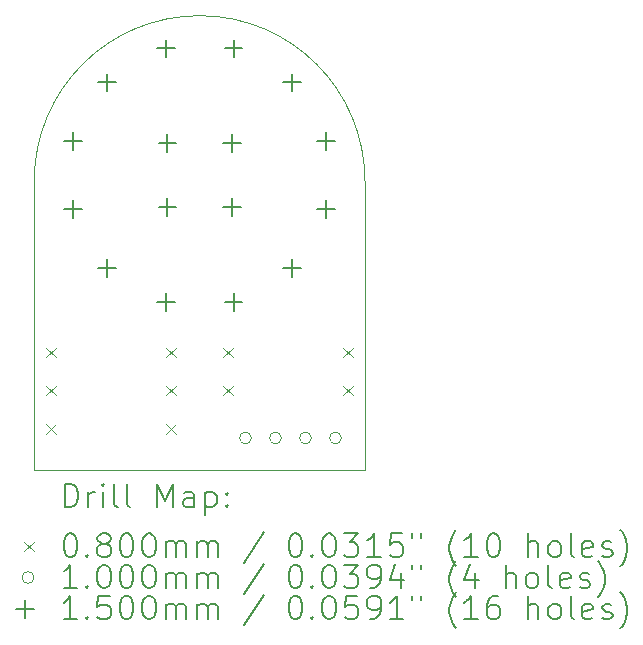
<source format=gbr>
%TF.GenerationSoftware,KiCad,Pcbnew,9.0.4-9.0.4-0~ubuntu22.04.1*%
%TF.CreationDate,2025-10-19T11:47:48+01:00*%
%TF.ProjectId,CD40106_VCO,43443430-3130-4365-9f56-434f2e6b6963,rev?*%
%TF.SameCoordinates,Original*%
%TF.FileFunction,Drillmap*%
%TF.FilePolarity,Positive*%
%FSLAX45Y45*%
G04 Gerber Fmt 4.5, Leading zero omitted, Abs format (unit mm)*
G04 Created by KiCad (PCBNEW 9.0.4-9.0.4-0~ubuntu22.04.1) date 2025-10-19 11:47:48*
%MOMM*%
%LPD*%
G01*
G04 APERTURE LIST*
%ADD10C,0.050000*%
%ADD11C,0.200000*%
%ADD12C,0.100000*%
%ADD13C,0.150000*%
G04 APERTURE END LIST*
D10*
X4300000Y-7500000D02*
X1500000Y-7500000D01*
X1500000Y-5050000D02*
G75*
G02*
X4300000Y-5050000I1400000J0D01*
G01*
X1500000Y-7500000D02*
X1500000Y-5050000D01*
X4300000Y-7500000D02*
X4300000Y-5050000D01*
D11*
D12*
X1602000Y-6460000D02*
X1682000Y-6540000D01*
X1682000Y-6460000D02*
X1602000Y-6540000D01*
X1602000Y-6785000D02*
X1682000Y-6865000D01*
X1682000Y-6785000D02*
X1602000Y-6865000D01*
X1602000Y-7110000D02*
X1682000Y-7190000D01*
X1682000Y-7110000D02*
X1602000Y-7190000D01*
X2618000Y-6460000D02*
X2698000Y-6540000D01*
X2698000Y-6460000D02*
X2618000Y-6540000D01*
X2618000Y-6785000D02*
X2698000Y-6865000D01*
X2698000Y-6785000D02*
X2618000Y-6865000D01*
X2618000Y-7110000D02*
X2698000Y-7190000D01*
X2698000Y-7110000D02*
X2618000Y-7190000D01*
X3102000Y-6460000D02*
X3182000Y-6540000D01*
X3182000Y-6460000D02*
X3102000Y-6540000D01*
X3102000Y-6785000D02*
X3182000Y-6865000D01*
X3182000Y-6785000D02*
X3102000Y-6865000D01*
X4118000Y-6460000D02*
X4198000Y-6540000D01*
X4198000Y-6460000D02*
X4118000Y-6540000D01*
X4118000Y-6785000D02*
X4198000Y-6865000D01*
X4198000Y-6785000D02*
X4118000Y-6865000D01*
X3338000Y-7225000D02*
G75*
G02*
X3238000Y-7225000I-50000J0D01*
G01*
X3238000Y-7225000D02*
G75*
G02*
X3338000Y-7225000I50000J0D01*
G01*
X3592000Y-7225000D02*
G75*
G02*
X3492000Y-7225000I-50000J0D01*
G01*
X3492000Y-7225000D02*
G75*
G02*
X3592000Y-7225000I50000J0D01*
G01*
X3846000Y-7225000D02*
G75*
G02*
X3746000Y-7225000I-50000J0D01*
G01*
X3746000Y-7225000D02*
G75*
G02*
X3846000Y-7225000I50000J0D01*
G01*
X4100000Y-7225000D02*
G75*
G02*
X4000000Y-7225000I-50000J0D01*
G01*
X4000000Y-7225000D02*
G75*
G02*
X4100000Y-7225000I50000J0D01*
G01*
D13*
X1827822Y-4637711D02*
X1827822Y-4787711D01*
X1752822Y-4712711D02*
X1902822Y-4712711D01*
X1827822Y-5212289D02*
X1827822Y-5362289D01*
X1752822Y-5287289D02*
X1902822Y-5287289D01*
X2115112Y-4140111D02*
X2115112Y-4290112D01*
X2040111Y-4215112D02*
X2190112Y-4215112D01*
X2115112Y-5709888D02*
X2115112Y-5859888D01*
X2040111Y-5784888D02*
X2190112Y-5784888D01*
X2612711Y-3852822D02*
X2612711Y-4002822D01*
X2537711Y-3927822D02*
X2687711Y-3927822D01*
X2612711Y-5997178D02*
X2612711Y-6147178D01*
X2537711Y-6072178D02*
X2687711Y-6072178D01*
X2627764Y-4652764D02*
X2627764Y-4802764D01*
X2552764Y-4727764D02*
X2702764Y-4727764D01*
X2627764Y-5197236D02*
X2627764Y-5347236D01*
X2552764Y-5272236D02*
X2702764Y-5272236D01*
X3172236Y-4652764D02*
X3172236Y-4802764D01*
X3097236Y-4727764D02*
X3247236Y-4727764D01*
X3172236Y-5197236D02*
X3172236Y-5347236D01*
X3097236Y-5272236D02*
X3247236Y-5272236D01*
X3187289Y-3852822D02*
X3187289Y-4002822D01*
X3112289Y-3927822D02*
X3262289Y-3927822D01*
X3187289Y-5997178D02*
X3187289Y-6147178D01*
X3112289Y-6072178D02*
X3262289Y-6072178D01*
X3684888Y-4140111D02*
X3684888Y-4290112D01*
X3609888Y-4215112D02*
X3759888Y-4215112D01*
X3684888Y-5709888D02*
X3684888Y-5859888D01*
X3609888Y-5784888D02*
X3759888Y-5784888D01*
X3972178Y-4637711D02*
X3972178Y-4787711D01*
X3897178Y-4712711D02*
X4047178Y-4712711D01*
X3972178Y-5212289D02*
X3972178Y-5362289D01*
X3897178Y-5287289D02*
X4047178Y-5287289D01*
D11*
X1758277Y-7813984D02*
X1758277Y-7613984D01*
X1758277Y-7613984D02*
X1805896Y-7613984D01*
X1805896Y-7613984D02*
X1834467Y-7623508D01*
X1834467Y-7623508D02*
X1853515Y-7642555D01*
X1853515Y-7642555D02*
X1863039Y-7661603D01*
X1863039Y-7661603D02*
X1872562Y-7699698D01*
X1872562Y-7699698D02*
X1872562Y-7728269D01*
X1872562Y-7728269D02*
X1863039Y-7766365D01*
X1863039Y-7766365D02*
X1853515Y-7785412D01*
X1853515Y-7785412D02*
X1834467Y-7804460D01*
X1834467Y-7804460D02*
X1805896Y-7813984D01*
X1805896Y-7813984D02*
X1758277Y-7813984D01*
X1958277Y-7813984D02*
X1958277Y-7680650D01*
X1958277Y-7718746D02*
X1967801Y-7699698D01*
X1967801Y-7699698D02*
X1977324Y-7690174D01*
X1977324Y-7690174D02*
X1996372Y-7680650D01*
X1996372Y-7680650D02*
X2015420Y-7680650D01*
X2082086Y-7813984D02*
X2082086Y-7680650D01*
X2082086Y-7613984D02*
X2072562Y-7623508D01*
X2072562Y-7623508D02*
X2082086Y-7633031D01*
X2082086Y-7633031D02*
X2091610Y-7623508D01*
X2091610Y-7623508D02*
X2082086Y-7613984D01*
X2082086Y-7613984D02*
X2082086Y-7633031D01*
X2205896Y-7813984D02*
X2186848Y-7804460D01*
X2186848Y-7804460D02*
X2177324Y-7785412D01*
X2177324Y-7785412D02*
X2177324Y-7613984D01*
X2310658Y-7813984D02*
X2291610Y-7804460D01*
X2291610Y-7804460D02*
X2282086Y-7785412D01*
X2282086Y-7785412D02*
X2282086Y-7613984D01*
X2539229Y-7813984D02*
X2539229Y-7613984D01*
X2539229Y-7613984D02*
X2605896Y-7756841D01*
X2605896Y-7756841D02*
X2672563Y-7613984D01*
X2672563Y-7613984D02*
X2672563Y-7813984D01*
X2853515Y-7813984D02*
X2853515Y-7709222D01*
X2853515Y-7709222D02*
X2843991Y-7690174D01*
X2843991Y-7690174D02*
X2824943Y-7680650D01*
X2824943Y-7680650D02*
X2786848Y-7680650D01*
X2786848Y-7680650D02*
X2767801Y-7690174D01*
X2853515Y-7804460D02*
X2834467Y-7813984D01*
X2834467Y-7813984D02*
X2786848Y-7813984D01*
X2786848Y-7813984D02*
X2767801Y-7804460D01*
X2767801Y-7804460D02*
X2758277Y-7785412D01*
X2758277Y-7785412D02*
X2758277Y-7766365D01*
X2758277Y-7766365D02*
X2767801Y-7747317D01*
X2767801Y-7747317D02*
X2786848Y-7737793D01*
X2786848Y-7737793D02*
X2834467Y-7737793D01*
X2834467Y-7737793D02*
X2853515Y-7728269D01*
X2948753Y-7680650D02*
X2948753Y-7880650D01*
X2948753Y-7690174D02*
X2967801Y-7680650D01*
X2967801Y-7680650D02*
X3005896Y-7680650D01*
X3005896Y-7680650D02*
X3024943Y-7690174D01*
X3024943Y-7690174D02*
X3034467Y-7699698D01*
X3034467Y-7699698D02*
X3043991Y-7718746D01*
X3043991Y-7718746D02*
X3043991Y-7775888D01*
X3043991Y-7775888D02*
X3034467Y-7794936D01*
X3034467Y-7794936D02*
X3024943Y-7804460D01*
X3024943Y-7804460D02*
X3005896Y-7813984D01*
X3005896Y-7813984D02*
X2967801Y-7813984D01*
X2967801Y-7813984D02*
X2948753Y-7804460D01*
X3129705Y-7794936D02*
X3139229Y-7804460D01*
X3139229Y-7804460D02*
X3129705Y-7813984D01*
X3129705Y-7813984D02*
X3120182Y-7804460D01*
X3120182Y-7804460D02*
X3129705Y-7794936D01*
X3129705Y-7794936D02*
X3129705Y-7813984D01*
X3129705Y-7690174D02*
X3139229Y-7699698D01*
X3139229Y-7699698D02*
X3129705Y-7709222D01*
X3129705Y-7709222D02*
X3120182Y-7699698D01*
X3120182Y-7699698D02*
X3129705Y-7690174D01*
X3129705Y-7690174D02*
X3129705Y-7709222D01*
D12*
X1417500Y-8102500D02*
X1497500Y-8182500D01*
X1497500Y-8102500D02*
X1417500Y-8182500D01*
D11*
X1796372Y-8033984D02*
X1815420Y-8033984D01*
X1815420Y-8033984D02*
X1834467Y-8043508D01*
X1834467Y-8043508D02*
X1843991Y-8053031D01*
X1843991Y-8053031D02*
X1853515Y-8072079D01*
X1853515Y-8072079D02*
X1863039Y-8110174D01*
X1863039Y-8110174D02*
X1863039Y-8157793D01*
X1863039Y-8157793D02*
X1853515Y-8195888D01*
X1853515Y-8195888D02*
X1843991Y-8214936D01*
X1843991Y-8214936D02*
X1834467Y-8224460D01*
X1834467Y-8224460D02*
X1815420Y-8233984D01*
X1815420Y-8233984D02*
X1796372Y-8233984D01*
X1796372Y-8233984D02*
X1777324Y-8224460D01*
X1777324Y-8224460D02*
X1767801Y-8214936D01*
X1767801Y-8214936D02*
X1758277Y-8195888D01*
X1758277Y-8195888D02*
X1748753Y-8157793D01*
X1748753Y-8157793D02*
X1748753Y-8110174D01*
X1748753Y-8110174D02*
X1758277Y-8072079D01*
X1758277Y-8072079D02*
X1767801Y-8053031D01*
X1767801Y-8053031D02*
X1777324Y-8043508D01*
X1777324Y-8043508D02*
X1796372Y-8033984D01*
X1948753Y-8214936D02*
X1958277Y-8224460D01*
X1958277Y-8224460D02*
X1948753Y-8233984D01*
X1948753Y-8233984D02*
X1939229Y-8224460D01*
X1939229Y-8224460D02*
X1948753Y-8214936D01*
X1948753Y-8214936D02*
X1948753Y-8233984D01*
X2072562Y-8119698D02*
X2053515Y-8110174D01*
X2053515Y-8110174D02*
X2043991Y-8100650D01*
X2043991Y-8100650D02*
X2034467Y-8081603D01*
X2034467Y-8081603D02*
X2034467Y-8072079D01*
X2034467Y-8072079D02*
X2043991Y-8053031D01*
X2043991Y-8053031D02*
X2053515Y-8043508D01*
X2053515Y-8043508D02*
X2072562Y-8033984D01*
X2072562Y-8033984D02*
X2110658Y-8033984D01*
X2110658Y-8033984D02*
X2129705Y-8043508D01*
X2129705Y-8043508D02*
X2139229Y-8053031D01*
X2139229Y-8053031D02*
X2148753Y-8072079D01*
X2148753Y-8072079D02*
X2148753Y-8081603D01*
X2148753Y-8081603D02*
X2139229Y-8100650D01*
X2139229Y-8100650D02*
X2129705Y-8110174D01*
X2129705Y-8110174D02*
X2110658Y-8119698D01*
X2110658Y-8119698D02*
X2072562Y-8119698D01*
X2072562Y-8119698D02*
X2053515Y-8129222D01*
X2053515Y-8129222D02*
X2043991Y-8138746D01*
X2043991Y-8138746D02*
X2034467Y-8157793D01*
X2034467Y-8157793D02*
X2034467Y-8195888D01*
X2034467Y-8195888D02*
X2043991Y-8214936D01*
X2043991Y-8214936D02*
X2053515Y-8224460D01*
X2053515Y-8224460D02*
X2072562Y-8233984D01*
X2072562Y-8233984D02*
X2110658Y-8233984D01*
X2110658Y-8233984D02*
X2129705Y-8224460D01*
X2129705Y-8224460D02*
X2139229Y-8214936D01*
X2139229Y-8214936D02*
X2148753Y-8195888D01*
X2148753Y-8195888D02*
X2148753Y-8157793D01*
X2148753Y-8157793D02*
X2139229Y-8138746D01*
X2139229Y-8138746D02*
X2129705Y-8129222D01*
X2129705Y-8129222D02*
X2110658Y-8119698D01*
X2272563Y-8033984D02*
X2291610Y-8033984D01*
X2291610Y-8033984D02*
X2310658Y-8043508D01*
X2310658Y-8043508D02*
X2320182Y-8053031D01*
X2320182Y-8053031D02*
X2329705Y-8072079D01*
X2329705Y-8072079D02*
X2339229Y-8110174D01*
X2339229Y-8110174D02*
X2339229Y-8157793D01*
X2339229Y-8157793D02*
X2329705Y-8195888D01*
X2329705Y-8195888D02*
X2320182Y-8214936D01*
X2320182Y-8214936D02*
X2310658Y-8224460D01*
X2310658Y-8224460D02*
X2291610Y-8233984D01*
X2291610Y-8233984D02*
X2272563Y-8233984D01*
X2272563Y-8233984D02*
X2253515Y-8224460D01*
X2253515Y-8224460D02*
X2243991Y-8214936D01*
X2243991Y-8214936D02*
X2234467Y-8195888D01*
X2234467Y-8195888D02*
X2224944Y-8157793D01*
X2224944Y-8157793D02*
X2224944Y-8110174D01*
X2224944Y-8110174D02*
X2234467Y-8072079D01*
X2234467Y-8072079D02*
X2243991Y-8053031D01*
X2243991Y-8053031D02*
X2253515Y-8043508D01*
X2253515Y-8043508D02*
X2272563Y-8033984D01*
X2463039Y-8033984D02*
X2482086Y-8033984D01*
X2482086Y-8033984D02*
X2501134Y-8043508D01*
X2501134Y-8043508D02*
X2510658Y-8053031D01*
X2510658Y-8053031D02*
X2520182Y-8072079D01*
X2520182Y-8072079D02*
X2529705Y-8110174D01*
X2529705Y-8110174D02*
X2529705Y-8157793D01*
X2529705Y-8157793D02*
X2520182Y-8195888D01*
X2520182Y-8195888D02*
X2510658Y-8214936D01*
X2510658Y-8214936D02*
X2501134Y-8224460D01*
X2501134Y-8224460D02*
X2482086Y-8233984D01*
X2482086Y-8233984D02*
X2463039Y-8233984D01*
X2463039Y-8233984D02*
X2443991Y-8224460D01*
X2443991Y-8224460D02*
X2434467Y-8214936D01*
X2434467Y-8214936D02*
X2424944Y-8195888D01*
X2424944Y-8195888D02*
X2415420Y-8157793D01*
X2415420Y-8157793D02*
X2415420Y-8110174D01*
X2415420Y-8110174D02*
X2424944Y-8072079D01*
X2424944Y-8072079D02*
X2434467Y-8053031D01*
X2434467Y-8053031D02*
X2443991Y-8043508D01*
X2443991Y-8043508D02*
X2463039Y-8033984D01*
X2615420Y-8233984D02*
X2615420Y-8100650D01*
X2615420Y-8119698D02*
X2624944Y-8110174D01*
X2624944Y-8110174D02*
X2643991Y-8100650D01*
X2643991Y-8100650D02*
X2672563Y-8100650D01*
X2672563Y-8100650D02*
X2691610Y-8110174D01*
X2691610Y-8110174D02*
X2701134Y-8129222D01*
X2701134Y-8129222D02*
X2701134Y-8233984D01*
X2701134Y-8129222D02*
X2710658Y-8110174D01*
X2710658Y-8110174D02*
X2729705Y-8100650D01*
X2729705Y-8100650D02*
X2758277Y-8100650D01*
X2758277Y-8100650D02*
X2777325Y-8110174D01*
X2777325Y-8110174D02*
X2786848Y-8129222D01*
X2786848Y-8129222D02*
X2786848Y-8233984D01*
X2882086Y-8233984D02*
X2882086Y-8100650D01*
X2882086Y-8119698D02*
X2891610Y-8110174D01*
X2891610Y-8110174D02*
X2910658Y-8100650D01*
X2910658Y-8100650D02*
X2939229Y-8100650D01*
X2939229Y-8100650D02*
X2958277Y-8110174D01*
X2958277Y-8110174D02*
X2967801Y-8129222D01*
X2967801Y-8129222D02*
X2967801Y-8233984D01*
X2967801Y-8129222D02*
X2977324Y-8110174D01*
X2977324Y-8110174D02*
X2996372Y-8100650D01*
X2996372Y-8100650D02*
X3024943Y-8100650D01*
X3024943Y-8100650D02*
X3043991Y-8110174D01*
X3043991Y-8110174D02*
X3053515Y-8129222D01*
X3053515Y-8129222D02*
X3053515Y-8233984D01*
X3443991Y-8024460D02*
X3272563Y-8281603D01*
X3701134Y-8033984D02*
X3720182Y-8033984D01*
X3720182Y-8033984D02*
X3739229Y-8043508D01*
X3739229Y-8043508D02*
X3748753Y-8053031D01*
X3748753Y-8053031D02*
X3758277Y-8072079D01*
X3758277Y-8072079D02*
X3767801Y-8110174D01*
X3767801Y-8110174D02*
X3767801Y-8157793D01*
X3767801Y-8157793D02*
X3758277Y-8195888D01*
X3758277Y-8195888D02*
X3748753Y-8214936D01*
X3748753Y-8214936D02*
X3739229Y-8224460D01*
X3739229Y-8224460D02*
X3720182Y-8233984D01*
X3720182Y-8233984D02*
X3701134Y-8233984D01*
X3701134Y-8233984D02*
X3682086Y-8224460D01*
X3682086Y-8224460D02*
X3672563Y-8214936D01*
X3672563Y-8214936D02*
X3663039Y-8195888D01*
X3663039Y-8195888D02*
X3653515Y-8157793D01*
X3653515Y-8157793D02*
X3653515Y-8110174D01*
X3653515Y-8110174D02*
X3663039Y-8072079D01*
X3663039Y-8072079D02*
X3672563Y-8053031D01*
X3672563Y-8053031D02*
X3682086Y-8043508D01*
X3682086Y-8043508D02*
X3701134Y-8033984D01*
X3853515Y-8214936D02*
X3863039Y-8224460D01*
X3863039Y-8224460D02*
X3853515Y-8233984D01*
X3853515Y-8233984D02*
X3843991Y-8224460D01*
X3843991Y-8224460D02*
X3853515Y-8214936D01*
X3853515Y-8214936D02*
X3853515Y-8233984D01*
X3986848Y-8033984D02*
X4005896Y-8033984D01*
X4005896Y-8033984D02*
X4024944Y-8043508D01*
X4024944Y-8043508D02*
X4034467Y-8053031D01*
X4034467Y-8053031D02*
X4043991Y-8072079D01*
X4043991Y-8072079D02*
X4053515Y-8110174D01*
X4053515Y-8110174D02*
X4053515Y-8157793D01*
X4053515Y-8157793D02*
X4043991Y-8195888D01*
X4043991Y-8195888D02*
X4034467Y-8214936D01*
X4034467Y-8214936D02*
X4024944Y-8224460D01*
X4024944Y-8224460D02*
X4005896Y-8233984D01*
X4005896Y-8233984D02*
X3986848Y-8233984D01*
X3986848Y-8233984D02*
X3967801Y-8224460D01*
X3967801Y-8224460D02*
X3958277Y-8214936D01*
X3958277Y-8214936D02*
X3948753Y-8195888D01*
X3948753Y-8195888D02*
X3939229Y-8157793D01*
X3939229Y-8157793D02*
X3939229Y-8110174D01*
X3939229Y-8110174D02*
X3948753Y-8072079D01*
X3948753Y-8072079D02*
X3958277Y-8053031D01*
X3958277Y-8053031D02*
X3967801Y-8043508D01*
X3967801Y-8043508D02*
X3986848Y-8033984D01*
X4120182Y-8033984D02*
X4243991Y-8033984D01*
X4243991Y-8033984D02*
X4177325Y-8110174D01*
X4177325Y-8110174D02*
X4205896Y-8110174D01*
X4205896Y-8110174D02*
X4224944Y-8119698D01*
X4224944Y-8119698D02*
X4234468Y-8129222D01*
X4234468Y-8129222D02*
X4243991Y-8148269D01*
X4243991Y-8148269D02*
X4243991Y-8195888D01*
X4243991Y-8195888D02*
X4234468Y-8214936D01*
X4234468Y-8214936D02*
X4224944Y-8224460D01*
X4224944Y-8224460D02*
X4205896Y-8233984D01*
X4205896Y-8233984D02*
X4148753Y-8233984D01*
X4148753Y-8233984D02*
X4129706Y-8224460D01*
X4129706Y-8224460D02*
X4120182Y-8214936D01*
X4434468Y-8233984D02*
X4320182Y-8233984D01*
X4377325Y-8233984D02*
X4377325Y-8033984D01*
X4377325Y-8033984D02*
X4358277Y-8062555D01*
X4358277Y-8062555D02*
X4339229Y-8081603D01*
X4339229Y-8081603D02*
X4320182Y-8091127D01*
X4615420Y-8033984D02*
X4520182Y-8033984D01*
X4520182Y-8033984D02*
X4510658Y-8129222D01*
X4510658Y-8129222D02*
X4520182Y-8119698D01*
X4520182Y-8119698D02*
X4539229Y-8110174D01*
X4539229Y-8110174D02*
X4586849Y-8110174D01*
X4586849Y-8110174D02*
X4605896Y-8119698D01*
X4605896Y-8119698D02*
X4615420Y-8129222D01*
X4615420Y-8129222D02*
X4624944Y-8148269D01*
X4624944Y-8148269D02*
X4624944Y-8195888D01*
X4624944Y-8195888D02*
X4615420Y-8214936D01*
X4615420Y-8214936D02*
X4605896Y-8224460D01*
X4605896Y-8224460D02*
X4586849Y-8233984D01*
X4586849Y-8233984D02*
X4539229Y-8233984D01*
X4539229Y-8233984D02*
X4520182Y-8224460D01*
X4520182Y-8224460D02*
X4510658Y-8214936D01*
X4701134Y-8033984D02*
X4701134Y-8072079D01*
X4777325Y-8033984D02*
X4777325Y-8072079D01*
X5072563Y-8310174D02*
X5063039Y-8300650D01*
X5063039Y-8300650D02*
X5043991Y-8272079D01*
X5043991Y-8272079D02*
X5034468Y-8253031D01*
X5034468Y-8253031D02*
X5024944Y-8224460D01*
X5024944Y-8224460D02*
X5015420Y-8176841D01*
X5015420Y-8176841D02*
X5015420Y-8138746D01*
X5015420Y-8138746D02*
X5024944Y-8091127D01*
X5024944Y-8091127D02*
X5034468Y-8062555D01*
X5034468Y-8062555D02*
X5043991Y-8043508D01*
X5043991Y-8043508D02*
X5063039Y-8014936D01*
X5063039Y-8014936D02*
X5072563Y-8005412D01*
X5253515Y-8233984D02*
X5139230Y-8233984D01*
X5196372Y-8233984D02*
X5196372Y-8033984D01*
X5196372Y-8033984D02*
X5177325Y-8062555D01*
X5177325Y-8062555D02*
X5158277Y-8081603D01*
X5158277Y-8081603D02*
X5139230Y-8091127D01*
X5377325Y-8033984D02*
X5396372Y-8033984D01*
X5396372Y-8033984D02*
X5415420Y-8043508D01*
X5415420Y-8043508D02*
X5424944Y-8053031D01*
X5424944Y-8053031D02*
X5434468Y-8072079D01*
X5434468Y-8072079D02*
X5443991Y-8110174D01*
X5443991Y-8110174D02*
X5443991Y-8157793D01*
X5443991Y-8157793D02*
X5434468Y-8195888D01*
X5434468Y-8195888D02*
X5424944Y-8214936D01*
X5424944Y-8214936D02*
X5415420Y-8224460D01*
X5415420Y-8224460D02*
X5396372Y-8233984D01*
X5396372Y-8233984D02*
X5377325Y-8233984D01*
X5377325Y-8233984D02*
X5358277Y-8224460D01*
X5358277Y-8224460D02*
X5348753Y-8214936D01*
X5348753Y-8214936D02*
X5339230Y-8195888D01*
X5339230Y-8195888D02*
X5329706Y-8157793D01*
X5329706Y-8157793D02*
X5329706Y-8110174D01*
X5329706Y-8110174D02*
X5339230Y-8072079D01*
X5339230Y-8072079D02*
X5348753Y-8053031D01*
X5348753Y-8053031D02*
X5358277Y-8043508D01*
X5358277Y-8043508D02*
X5377325Y-8033984D01*
X5682087Y-8233984D02*
X5682087Y-8033984D01*
X5767801Y-8233984D02*
X5767801Y-8129222D01*
X5767801Y-8129222D02*
X5758277Y-8110174D01*
X5758277Y-8110174D02*
X5739230Y-8100650D01*
X5739230Y-8100650D02*
X5710658Y-8100650D01*
X5710658Y-8100650D02*
X5691610Y-8110174D01*
X5691610Y-8110174D02*
X5682087Y-8119698D01*
X5891610Y-8233984D02*
X5872563Y-8224460D01*
X5872563Y-8224460D02*
X5863039Y-8214936D01*
X5863039Y-8214936D02*
X5853515Y-8195888D01*
X5853515Y-8195888D02*
X5853515Y-8138746D01*
X5853515Y-8138746D02*
X5863039Y-8119698D01*
X5863039Y-8119698D02*
X5872563Y-8110174D01*
X5872563Y-8110174D02*
X5891610Y-8100650D01*
X5891610Y-8100650D02*
X5920182Y-8100650D01*
X5920182Y-8100650D02*
X5939230Y-8110174D01*
X5939230Y-8110174D02*
X5948753Y-8119698D01*
X5948753Y-8119698D02*
X5958277Y-8138746D01*
X5958277Y-8138746D02*
X5958277Y-8195888D01*
X5958277Y-8195888D02*
X5948753Y-8214936D01*
X5948753Y-8214936D02*
X5939230Y-8224460D01*
X5939230Y-8224460D02*
X5920182Y-8233984D01*
X5920182Y-8233984D02*
X5891610Y-8233984D01*
X6072563Y-8233984D02*
X6053515Y-8224460D01*
X6053515Y-8224460D02*
X6043991Y-8205412D01*
X6043991Y-8205412D02*
X6043991Y-8033984D01*
X6224944Y-8224460D02*
X6205896Y-8233984D01*
X6205896Y-8233984D02*
X6167801Y-8233984D01*
X6167801Y-8233984D02*
X6148753Y-8224460D01*
X6148753Y-8224460D02*
X6139230Y-8205412D01*
X6139230Y-8205412D02*
X6139230Y-8129222D01*
X6139230Y-8129222D02*
X6148753Y-8110174D01*
X6148753Y-8110174D02*
X6167801Y-8100650D01*
X6167801Y-8100650D02*
X6205896Y-8100650D01*
X6205896Y-8100650D02*
X6224944Y-8110174D01*
X6224944Y-8110174D02*
X6234468Y-8129222D01*
X6234468Y-8129222D02*
X6234468Y-8148269D01*
X6234468Y-8148269D02*
X6139230Y-8167317D01*
X6310658Y-8224460D02*
X6329706Y-8233984D01*
X6329706Y-8233984D02*
X6367801Y-8233984D01*
X6367801Y-8233984D02*
X6386849Y-8224460D01*
X6386849Y-8224460D02*
X6396372Y-8205412D01*
X6396372Y-8205412D02*
X6396372Y-8195888D01*
X6396372Y-8195888D02*
X6386849Y-8176841D01*
X6386849Y-8176841D02*
X6367801Y-8167317D01*
X6367801Y-8167317D02*
X6339230Y-8167317D01*
X6339230Y-8167317D02*
X6320182Y-8157793D01*
X6320182Y-8157793D02*
X6310658Y-8138746D01*
X6310658Y-8138746D02*
X6310658Y-8129222D01*
X6310658Y-8129222D02*
X6320182Y-8110174D01*
X6320182Y-8110174D02*
X6339230Y-8100650D01*
X6339230Y-8100650D02*
X6367801Y-8100650D01*
X6367801Y-8100650D02*
X6386849Y-8110174D01*
X6463039Y-8310174D02*
X6472563Y-8300650D01*
X6472563Y-8300650D02*
X6491611Y-8272079D01*
X6491611Y-8272079D02*
X6501134Y-8253031D01*
X6501134Y-8253031D02*
X6510658Y-8224460D01*
X6510658Y-8224460D02*
X6520182Y-8176841D01*
X6520182Y-8176841D02*
X6520182Y-8138746D01*
X6520182Y-8138746D02*
X6510658Y-8091127D01*
X6510658Y-8091127D02*
X6501134Y-8062555D01*
X6501134Y-8062555D02*
X6491611Y-8043508D01*
X6491611Y-8043508D02*
X6472563Y-8014936D01*
X6472563Y-8014936D02*
X6463039Y-8005412D01*
D12*
X1497500Y-8406500D02*
G75*
G02*
X1397500Y-8406500I-50000J0D01*
G01*
X1397500Y-8406500D02*
G75*
G02*
X1497500Y-8406500I50000J0D01*
G01*
D11*
X1863039Y-8497984D02*
X1748753Y-8497984D01*
X1805896Y-8497984D02*
X1805896Y-8297984D01*
X1805896Y-8297984D02*
X1786848Y-8326555D01*
X1786848Y-8326555D02*
X1767801Y-8345603D01*
X1767801Y-8345603D02*
X1748753Y-8355127D01*
X1948753Y-8478936D02*
X1958277Y-8488460D01*
X1958277Y-8488460D02*
X1948753Y-8497984D01*
X1948753Y-8497984D02*
X1939229Y-8488460D01*
X1939229Y-8488460D02*
X1948753Y-8478936D01*
X1948753Y-8478936D02*
X1948753Y-8497984D01*
X2082086Y-8297984D02*
X2101134Y-8297984D01*
X2101134Y-8297984D02*
X2120182Y-8307508D01*
X2120182Y-8307508D02*
X2129705Y-8317031D01*
X2129705Y-8317031D02*
X2139229Y-8336079D01*
X2139229Y-8336079D02*
X2148753Y-8374174D01*
X2148753Y-8374174D02*
X2148753Y-8421793D01*
X2148753Y-8421793D02*
X2139229Y-8459889D01*
X2139229Y-8459889D02*
X2129705Y-8478936D01*
X2129705Y-8478936D02*
X2120182Y-8488460D01*
X2120182Y-8488460D02*
X2101134Y-8497984D01*
X2101134Y-8497984D02*
X2082086Y-8497984D01*
X2082086Y-8497984D02*
X2063039Y-8488460D01*
X2063039Y-8488460D02*
X2053515Y-8478936D01*
X2053515Y-8478936D02*
X2043991Y-8459889D01*
X2043991Y-8459889D02*
X2034467Y-8421793D01*
X2034467Y-8421793D02*
X2034467Y-8374174D01*
X2034467Y-8374174D02*
X2043991Y-8336079D01*
X2043991Y-8336079D02*
X2053515Y-8317031D01*
X2053515Y-8317031D02*
X2063039Y-8307508D01*
X2063039Y-8307508D02*
X2082086Y-8297984D01*
X2272563Y-8297984D02*
X2291610Y-8297984D01*
X2291610Y-8297984D02*
X2310658Y-8307508D01*
X2310658Y-8307508D02*
X2320182Y-8317031D01*
X2320182Y-8317031D02*
X2329705Y-8336079D01*
X2329705Y-8336079D02*
X2339229Y-8374174D01*
X2339229Y-8374174D02*
X2339229Y-8421793D01*
X2339229Y-8421793D02*
X2329705Y-8459889D01*
X2329705Y-8459889D02*
X2320182Y-8478936D01*
X2320182Y-8478936D02*
X2310658Y-8488460D01*
X2310658Y-8488460D02*
X2291610Y-8497984D01*
X2291610Y-8497984D02*
X2272563Y-8497984D01*
X2272563Y-8497984D02*
X2253515Y-8488460D01*
X2253515Y-8488460D02*
X2243991Y-8478936D01*
X2243991Y-8478936D02*
X2234467Y-8459889D01*
X2234467Y-8459889D02*
X2224944Y-8421793D01*
X2224944Y-8421793D02*
X2224944Y-8374174D01*
X2224944Y-8374174D02*
X2234467Y-8336079D01*
X2234467Y-8336079D02*
X2243991Y-8317031D01*
X2243991Y-8317031D02*
X2253515Y-8307508D01*
X2253515Y-8307508D02*
X2272563Y-8297984D01*
X2463039Y-8297984D02*
X2482086Y-8297984D01*
X2482086Y-8297984D02*
X2501134Y-8307508D01*
X2501134Y-8307508D02*
X2510658Y-8317031D01*
X2510658Y-8317031D02*
X2520182Y-8336079D01*
X2520182Y-8336079D02*
X2529705Y-8374174D01*
X2529705Y-8374174D02*
X2529705Y-8421793D01*
X2529705Y-8421793D02*
X2520182Y-8459889D01*
X2520182Y-8459889D02*
X2510658Y-8478936D01*
X2510658Y-8478936D02*
X2501134Y-8488460D01*
X2501134Y-8488460D02*
X2482086Y-8497984D01*
X2482086Y-8497984D02*
X2463039Y-8497984D01*
X2463039Y-8497984D02*
X2443991Y-8488460D01*
X2443991Y-8488460D02*
X2434467Y-8478936D01*
X2434467Y-8478936D02*
X2424944Y-8459889D01*
X2424944Y-8459889D02*
X2415420Y-8421793D01*
X2415420Y-8421793D02*
X2415420Y-8374174D01*
X2415420Y-8374174D02*
X2424944Y-8336079D01*
X2424944Y-8336079D02*
X2434467Y-8317031D01*
X2434467Y-8317031D02*
X2443991Y-8307508D01*
X2443991Y-8307508D02*
X2463039Y-8297984D01*
X2615420Y-8497984D02*
X2615420Y-8364650D01*
X2615420Y-8383698D02*
X2624944Y-8374174D01*
X2624944Y-8374174D02*
X2643991Y-8364650D01*
X2643991Y-8364650D02*
X2672563Y-8364650D01*
X2672563Y-8364650D02*
X2691610Y-8374174D01*
X2691610Y-8374174D02*
X2701134Y-8393222D01*
X2701134Y-8393222D02*
X2701134Y-8497984D01*
X2701134Y-8393222D02*
X2710658Y-8374174D01*
X2710658Y-8374174D02*
X2729705Y-8364650D01*
X2729705Y-8364650D02*
X2758277Y-8364650D01*
X2758277Y-8364650D02*
X2777325Y-8374174D01*
X2777325Y-8374174D02*
X2786848Y-8393222D01*
X2786848Y-8393222D02*
X2786848Y-8497984D01*
X2882086Y-8497984D02*
X2882086Y-8364650D01*
X2882086Y-8383698D02*
X2891610Y-8374174D01*
X2891610Y-8374174D02*
X2910658Y-8364650D01*
X2910658Y-8364650D02*
X2939229Y-8364650D01*
X2939229Y-8364650D02*
X2958277Y-8374174D01*
X2958277Y-8374174D02*
X2967801Y-8393222D01*
X2967801Y-8393222D02*
X2967801Y-8497984D01*
X2967801Y-8393222D02*
X2977324Y-8374174D01*
X2977324Y-8374174D02*
X2996372Y-8364650D01*
X2996372Y-8364650D02*
X3024943Y-8364650D01*
X3024943Y-8364650D02*
X3043991Y-8374174D01*
X3043991Y-8374174D02*
X3053515Y-8393222D01*
X3053515Y-8393222D02*
X3053515Y-8497984D01*
X3443991Y-8288460D02*
X3272563Y-8545603D01*
X3701134Y-8297984D02*
X3720182Y-8297984D01*
X3720182Y-8297984D02*
X3739229Y-8307508D01*
X3739229Y-8307508D02*
X3748753Y-8317031D01*
X3748753Y-8317031D02*
X3758277Y-8336079D01*
X3758277Y-8336079D02*
X3767801Y-8374174D01*
X3767801Y-8374174D02*
X3767801Y-8421793D01*
X3767801Y-8421793D02*
X3758277Y-8459889D01*
X3758277Y-8459889D02*
X3748753Y-8478936D01*
X3748753Y-8478936D02*
X3739229Y-8488460D01*
X3739229Y-8488460D02*
X3720182Y-8497984D01*
X3720182Y-8497984D02*
X3701134Y-8497984D01*
X3701134Y-8497984D02*
X3682086Y-8488460D01*
X3682086Y-8488460D02*
X3672563Y-8478936D01*
X3672563Y-8478936D02*
X3663039Y-8459889D01*
X3663039Y-8459889D02*
X3653515Y-8421793D01*
X3653515Y-8421793D02*
X3653515Y-8374174D01*
X3653515Y-8374174D02*
X3663039Y-8336079D01*
X3663039Y-8336079D02*
X3672563Y-8317031D01*
X3672563Y-8317031D02*
X3682086Y-8307508D01*
X3682086Y-8307508D02*
X3701134Y-8297984D01*
X3853515Y-8478936D02*
X3863039Y-8488460D01*
X3863039Y-8488460D02*
X3853515Y-8497984D01*
X3853515Y-8497984D02*
X3843991Y-8488460D01*
X3843991Y-8488460D02*
X3853515Y-8478936D01*
X3853515Y-8478936D02*
X3853515Y-8497984D01*
X3986848Y-8297984D02*
X4005896Y-8297984D01*
X4005896Y-8297984D02*
X4024944Y-8307508D01*
X4024944Y-8307508D02*
X4034467Y-8317031D01*
X4034467Y-8317031D02*
X4043991Y-8336079D01*
X4043991Y-8336079D02*
X4053515Y-8374174D01*
X4053515Y-8374174D02*
X4053515Y-8421793D01*
X4053515Y-8421793D02*
X4043991Y-8459889D01*
X4043991Y-8459889D02*
X4034467Y-8478936D01*
X4034467Y-8478936D02*
X4024944Y-8488460D01*
X4024944Y-8488460D02*
X4005896Y-8497984D01*
X4005896Y-8497984D02*
X3986848Y-8497984D01*
X3986848Y-8497984D02*
X3967801Y-8488460D01*
X3967801Y-8488460D02*
X3958277Y-8478936D01*
X3958277Y-8478936D02*
X3948753Y-8459889D01*
X3948753Y-8459889D02*
X3939229Y-8421793D01*
X3939229Y-8421793D02*
X3939229Y-8374174D01*
X3939229Y-8374174D02*
X3948753Y-8336079D01*
X3948753Y-8336079D02*
X3958277Y-8317031D01*
X3958277Y-8317031D02*
X3967801Y-8307508D01*
X3967801Y-8307508D02*
X3986848Y-8297984D01*
X4120182Y-8297984D02*
X4243991Y-8297984D01*
X4243991Y-8297984D02*
X4177325Y-8374174D01*
X4177325Y-8374174D02*
X4205896Y-8374174D01*
X4205896Y-8374174D02*
X4224944Y-8383698D01*
X4224944Y-8383698D02*
X4234468Y-8393222D01*
X4234468Y-8393222D02*
X4243991Y-8412270D01*
X4243991Y-8412270D02*
X4243991Y-8459889D01*
X4243991Y-8459889D02*
X4234468Y-8478936D01*
X4234468Y-8478936D02*
X4224944Y-8488460D01*
X4224944Y-8488460D02*
X4205896Y-8497984D01*
X4205896Y-8497984D02*
X4148753Y-8497984D01*
X4148753Y-8497984D02*
X4129706Y-8488460D01*
X4129706Y-8488460D02*
X4120182Y-8478936D01*
X4339229Y-8497984D02*
X4377325Y-8497984D01*
X4377325Y-8497984D02*
X4396372Y-8488460D01*
X4396372Y-8488460D02*
X4405896Y-8478936D01*
X4405896Y-8478936D02*
X4424944Y-8450365D01*
X4424944Y-8450365D02*
X4434468Y-8412270D01*
X4434468Y-8412270D02*
X4434468Y-8336079D01*
X4434468Y-8336079D02*
X4424944Y-8317031D01*
X4424944Y-8317031D02*
X4415420Y-8307508D01*
X4415420Y-8307508D02*
X4396372Y-8297984D01*
X4396372Y-8297984D02*
X4358277Y-8297984D01*
X4358277Y-8297984D02*
X4339229Y-8307508D01*
X4339229Y-8307508D02*
X4329706Y-8317031D01*
X4329706Y-8317031D02*
X4320182Y-8336079D01*
X4320182Y-8336079D02*
X4320182Y-8383698D01*
X4320182Y-8383698D02*
X4329706Y-8402746D01*
X4329706Y-8402746D02*
X4339229Y-8412270D01*
X4339229Y-8412270D02*
X4358277Y-8421793D01*
X4358277Y-8421793D02*
X4396372Y-8421793D01*
X4396372Y-8421793D02*
X4415420Y-8412270D01*
X4415420Y-8412270D02*
X4424944Y-8402746D01*
X4424944Y-8402746D02*
X4434468Y-8383698D01*
X4605896Y-8364650D02*
X4605896Y-8497984D01*
X4558277Y-8288460D02*
X4510658Y-8431317D01*
X4510658Y-8431317D02*
X4634468Y-8431317D01*
X4701134Y-8297984D02*
X4701134Y-8336079D01*
X4777325Y-8297984D02*
X4777325Y-8336079D01*
X5072563Y-8574174D02*
X5063039Y-8564650D01*
X5063039Y-8564650D02*
X5043991Y-8536079D01*
X5043991Y-8536079D02*
X5034468Y-8517031D01*
X5034468Y-8517031D02*
X5024944Y-8488460D01*
X5024944Y-8488460D02*
X5015420Y-8440841D01*
X5015420Y-8440841D02*
X5015420Y-8402746D01*
X5015420Y-8402746D02*
X5024944Y-8355127D01*
X5024944Y-8355127D02*
X5034468Y-8326555D01*
X5034468Y-8326555D02*
X5043991Y-8307508D01*
X5043991Y-8307508D02*
X5063039Y-8278936D01*
X5063039Y-8278936D02*
X5072563Y-8269412D01*
X5234468Y-8364650D02*
X5234468Y-8497984D01*
X5186849Y-8288460D02*
X5139230Y-8431317D01*
X5139230Y-8431317D02*
X5263039Y-8431317D01*
X5491611Y-8497984D02*
X5491611Y-8297984D01*
X5577325Y-8497984D02*
X5577325Y-8393222D01*
X5577325Y-8393222D02*
X5567801Y-8374174D01*
X5567801Y-8374174D02*
X5548753Y-8364650D01*
X5548753Y-8364650D02*
X5520182Y-8364650D01*
X5520182Y-8364650D02*
X5501134Y-8374174D01*
X5501134Y-8374174D02*
X5491611Y-8383698D01*
X5701134Y-8497984D02*
X5682087Y-8488460D01*
X5682087Y-8488460D02*
X5672563Y-8478936D01*
X5672563Y-8478936D02*
X5663039Y-8459889D01*
X5663039Y-8459889D02*
X5663039Y-8402746D01*
X5663039Y-8402746D02*
X5672563Y-8383698D01*
X5672563Y-8383698D02*
X5682087Y-8374174D01*
X5682087Y-8374174D02*
X5701134Y-8364650D01*
X5701134Y-8364650D02*
X5729706Y-8364650D01*
X5729706Y-8364650D02*
X5748753Y-8374174D01*
X5748753Y-8374174D02*
X5758277Y-8383698D01*
X5758277Y-8383698D02*
X5767801Y-8402746D01*
X5767801Y-8402746D02*
X5767801Y-8459889D01*
X5767801Y-8459889D02*
X5758277Y-8478936D01*
X5758277Y-8478936D02*
X5748753Y-8488460D01*
X5748753Y-8488460D02*
X5729706Y-8497984D01*
X5729706Y-8497984D02*
X5701134Y-8497984D01*
X5882087Y-8497984D02*
X5863039Y-8488460D01*
X5863039Y-8488460D02*
X5853515Y-8469412D01*
X5853515Y-8469412D02*
X5853515Y-8297984D01*
X6034468Y-8488460D02*
X6015420Y-8497984D01*
X6015420Y-8497984D02*
X5977325Y-8497984D01*
X5977325Y-8497984D02*
X5958277Y-8488460D01*
X5958277Y-8488460D02*
X5948753Y-8469412D01*
X5948753Y-8469412D02*
X5948753Y-8393222D01*
X5948753Y-8393222D02*
X5958277Y-8374174D01*
X5958277Y-8374174D02*
X5977325Y-8364650D01*
X5977325Y-8364650D02*
X6015420Y-8364650D01*
X6015420Y-8364650D02*
X6034468Y-8374174D01*
X6034468Y-8374174D02*
X6043991Y-8393222D01*
X6043991Y-8393222D02*
X6043991Y-8412270D01*
X6043991Y-8412270D02*
X5948753Y-8431317D01*
X6120182Y-8488460D02*
X6139230Y-8497984D01*
X6139230Y-8497984D02*
X6177325Y-8497984D01*
X6177325Y-8497984D02*
X6196372Y-8488460D01*
X6196372Y-8488460D02*
X6205896Y-8469412D01*
X6205896Y-8469412D02*
X6205896Y-8459889D01*
X6205896Y-8459889D02*
X6196372Y-8440841D01*
X6196372Y-8440841D02*
X6177325Y-8431317D01*
X6177325Y-8431317D02*
X6148753Y-8431317D01*
X6148753Y-8431317D02*
X6129706Y-8421793D01*
X6129706Y-8421793D02*
X6120182Y-8402746D01*
X6120182Y-8402746D02*
X6120182Y-8393222D01*
X6120182Y-8393222D02*
X6129706Y-8374174D01*
X6129706Y-8374174D02*
X6148753Y-8364650D01*
X6148753Y-8364650D02*
X6177325Y-8364650D01*
X6177325Y-8364650D02*
X6196372Y-8374174D01*
X6272563Y-8574174D02*
X6282087Y-8564650D01*
X6282087Y-8564650D02*
X6301134Y-8536079D01*
X6301134Y-8536079D02*
X6310658Y-8517031D01*
X6310658Y-8517031D02*
X6320182Y-8488460D01*
X6320182Y-8488460D02*
X6329706Y-8440841D01*
X6329706Y-8440841D02*
X6329706Y-8402746D01*
X6329706Y-8402746D02*
X6320182Y-8355127D01*
X6320182Y-8355127D02*
X6310658Y-8326555D01*
X6310658Y-8326555D02*
X6301134Y-8307508D01*
X6301134Y-8307508D02*
X6282087Y-8278936D01*
X6282087Y-8278936D02*
X6272563Y-8269412D01*
D13*
X1422500Y-8595500D02*
X1422500Y-8745500D01*
X1347500Y-8670500D02*
X1497500Y-8670500D01*
D11*
X1863039Y-8761984D02*
X1748753Y-8761984D01*
X1805896Y-8761984D02*
X1805896Y-8561984D01*
X1805896Y-8561984D02*
X1786848Y-8590555D01*
X1786848Y-8590555D02*
X1767801Y-8609603D01*
X1767801Y-8609603D02*
X1748753Y-8619127D01*
X1948753Y-8742936D02*
X1958277Y-8752460D01*
X1958277Y-8752460D02*
X1948753Y-8761984D01*
X1948753Y-8761984D02*
X1939229Y-8752460D01*
X1939229Y-8752460D02*
X1948753Y-8742936D01*
X1948753Y-8742936D02*
X1948753Y-8761984D01*
X2139229Y-8561984D02*
X2043991Y-8561984D01*
X2043991Y-8561984D02*
X2034467Y-8657222D01*
X2034467Y-8657222D02*
X2043991Y-8647698D01*
X2043991Y-8647698D02*
X2063039Y-8638174D01*
X2063039Y-8638174D02*
X2110658Y-8638174D01*
X2110658Y-8638174D02*
X2129705Y-8647698D01*
X2129705Y-8647698D02*
X2139229Y-8657222D01*
X2139229Y-8657222D02*
X2148753Y-8676270D01*
X2148753Y-8676270D02*
X2148753Y-8723889D01*
X2148753Y-8723889D02*
X2139229Y-8742936D01*
X2139229Y-8742936D02*
X2129705Y-8752460D01*
X2129705Y-8752460D02*
X2110658Y-8761984D01*
X2110658Y-8761984D02*
X2063039Y-8761984D01*
X2063039Y-8761984D02*
X2043991Y-8752460D01*
X2043991Y-8752460D02*
X2034467Y-8742936D01*
X2272563Y-8561984D02*
X2291610Y-8561984D01*
X2291610Y-8561984D02*
X2310658Y-8571508D01*
X2310658Y-8571508D02*
X2320182Y-8581031D01*
X2320182Y-8581031D02*
X2329705Y-8600079D01*
X2329705Y-8600079D02*
X2339229Y-8638174D01*
X2339229Y-8638174D02*
X2339229Y-8685793D01*
X2339229Y-8685793D02*
X2329705Y-8723889D01*
X2329705Y-8723889D02*
X2320182Y-8742936D01*
X2320182Y-8742936D02*
X2310658Y-8752460D01*
X2310658Y-8752460D02*
X2291610Y-8761984D01*
X2291610Y-8761984D02*
X2272563Y-8761984D01*
X2272563Y-8761984D02*
X2253515Y-8752460D01*
X2253515Y-8752460D02*
X2243991Y-8742936D01*
X2243991Y-8742936D02*
X2234467Y-8723889D01*
X2234467Y-8723889D02*
X2224944Y-8685793D01*
X2224944Y-8685793D02*
X2224944Y-8638174D01*
X2224944Y-8638174D02*
X2234467Y-8600079D01*
X2234467Y-8600079D02*
X2243991Y-8581031D01*
X2243991Y-8581031D02*
X2253515Y-8571508D01*
X2253515Y-8571508D02*
X2272563Y-8561984D01*
X2463039Y-8561984D02*
X2482086Y-8561984D01*
X2482086Y-8561984D02*
X2501134Y-8571508D01*
X2501134Y-8571508D02*
X2510658Y-8581031D01*
X2510658Y-8581031D02*
X2520182Y-8600079D01*
X2520182Y-8600079D02*
X2529705Y-8638174D01*
X2529705Y-8638174D02*
X2529705Y-8685793D01*
X2529705Y-8685793D02*
X2520182Y-8723889D01*
X2520182Y-8723889D02*
X2510658Y-8742936D01*
X2510658Y-8742936D02*
X2501134Y-8752460D01*
X2501134Y-8752460D02*
X2482086Y-8761984D01*
X2482086Y-8761984D02*
X2463039Y-8761984D01*
X2463039Y-8761984D02*
X2443991Y-8752460D01*
X2443991Y-8752460D02*
X2434467Y-8742936D01*
X2434467Y-8742936D02*
X2424944Y-8723889D01*
X2424944Y-8723889D02*
X2415420Y-8685793D01*
X2415420Y-8685793D02*
X2415420Y-8638174D01*
X2415420Y-8638174D02*
X2424944Y-8600079D01*
X2424944Y-8600079D02*
X2434467Y-8581031D01*
X2434467Y-8581031D02*
X2443991Y-8571508D01*
X2443991Y-8571508D02*
X2463039Y-8561984D01*
X2615420Y-8761984D02*
X2615420Y-8628650D01*
X2615420Y-8647698D02*
X2624944Y-8638174D01*
X2624944Y-8638174D02*
X2643991Y-8628650D01*
X2643991Y-8628650D02*
X2672563Y-8628650D01*
X2672563Y-8628650D02*
X2691610Y-8638174D01*
X2691610Y-8638174D02*
X2701134Y-8657222D01*
X2701134Y-8657222D02*
X2701134Y-8761984D01*
X2701134Y-8657222D02*
X2710658Y-8638174D01*
X2710658Y-8638174D02*
X2729705Y-8628650D01*
X2729705Y-8628650D02*
X2758277Y-8628650D01*
X2758277Y-8628650D02*
X2777325Y-8638174D01*
X2777325Y-8638174D02*
X2786848Y-8657222D01*
X2786848Y-8657222D02*
X2786848Y-8761984D01*
X2882086Y-8761984D02*
X2882086Y-8628650D01*
X2882086Y-8647698D02*
X2891610Y-8638174D01*
X2891610Y-8638174D02*
X2910658Y-8628650D01*
X2910658Y-8628650D02*
X2939229Y-8628650D01*
X2939229Y-8628650D02*
X2958277Y-8638174D01*
X2958277Y-8638174D02*
X2967801Y-8657222D01*
X2967801Y-8657222D02*
X2967801Y-8761984D01*
X2967801Y-8657222D02*
X2977324Y-8638174D01*
X2977324Y-8638174D02*
X2996372Y-8628650D01*
X2996372Y-8628650D02*
X3024943Y-8628650D01*
X3024943Y-8628650D02*
X3043991Y-8638174D01*
X3043991Y-8638174D02*
X3053515Y-8657222D01*
X3053515Y-8657222D02*
X3053515Y-8761984D01*
X3443991Y-8552460D02*
X3272563Y-8809603D01*
X3701134Y-8561984D02*
X3720182Y-8561984D01*
X3720182Y-8561984D02*
X3739229Y-8571508D01*
X3739229Y-8571508D02*
X3748753Y-8581031D01*
X3748753Y-8581031D02*
X3758277Y-8600079D01*
X3758277Y-8600079D02*
X3767801Y-8638174D01*
X3767801Y-8638174D02*
X3767801Y-8685793D01*
X3767801Y-8685793D02*
X3758277Y-8723889D01*
X3758277Y-8723889D02*
X3748753Y-8742936D01*
X3748753Y-8742936D02*
X3739229Y-8752460D01*
X3739229Y-8752460D02*
X3720182Y-8761984D01*
X3720182Y-8761984D02*
X3701134Y-8761984D01*
X3701134Y-8761984D02*
X3682086Y-8752460D01*
X3682086Y-8752460D02*
X3672563Y-8742936D01*
X3672563Y-8742936D02*
X3663039Y-8723889D01*
X3663039Y-8723889D02*
X3653515Y-8685793D01*
X3653515Y-8685793D02*
X3653515Y-8638174D01*
X3653515Y-8638174D02*
X3663039Y-8600079D01*
X3663039Y-8600079D02*
X3672563Y-8581031D01*
X3672563Y-8581031D02*
X3682086Y-8571508D01*
X3682086Y-8571508D02*
X3701134Y-8561984D01*
X3853515Y-8742936D02*
X3863039Y-8752460D01*
X3863039Y-8752460D02*
X3853515Y-8761984D01*
X3853515Y-8761984D02*
X3843991Y-8752460D01*
X3843991Y-8752460D02*
X3853515Y-8742936D01*
X3853515Y-8742936D02*
X3853515Y-8761984D01*
X3986848Y-8561984D02*
X4005896Y-8561984D01*
X4005896Y-8561984D02*
X4024944Y-8571508D01*
X4024944Y-8571508D02*
X4034467Y-8581031D01*
X4034467Y-8581031D02*
X4043991Y-8600079D01*
X4043991Y-8600079D02*
X4053515Y-8638174D01*
X4053515Y-8638174D02*
X4053515Y-8685793D01*
X4053515Y-8685793D02*
X4043991Y-8723889D01*
X4043991Y-8723889D02*
X4034467Y-8742936D01*
X4034467Y-8742936D02*
X4024944Y-8752460D01*
X4024944Y-8752460D02*
X4005896Y-8761984D01*
X4005896Y-8761984D02*
X3986848Y-8761984D01*
X3986848Y-8761984D02*
X3967801Y-8752460D01*
X3967801Y-8752460D02*
X3958277Y-8742936D01*
X3958277Y-8742936D02*
X3948753Y-8723889D01*
X3948753Y-8723889D02*
X3939229Y-8685793D01*
X3939229Y-8685793D02*
X3939229Y-8638174D01*
X3939229Y-8638174D02*
X3948753Y-8600079D01*
X3948753Y-8600079D02*
X3958277Y-8581031D01*
X3958277Y-8581031D02*
X3967801Y-8571508D01*
X3967801Y-8571508D02*
X3986848Y-8561984D01*
X4234468Y-8561984D02*
X4139229Y-8561984D01*
X4139229Y-8561984D02*
X4129706Y-8657222D01*
X4129706Y-8657222D02*
X4139229Y-8647698D01*
X4139229Y-8647698D02*
X4158277Y-8638174D01*
X4158277Y-8638174D02*
X4205896Y-8638174D01*
X4205896Y-8638174D02*
X4224944Y-8647698D01*
X4224944Y-8647698D02*
X4234468Y-8657222D01*
X4234468Y-8657222D02*
X4243991Y-8676270D01*
X4243991Y-8676270D02*
X4243991Y-8723889D01*
X4243991Y-8723889D02*
X4234468Y-8742936D01*
X4234468Y-8742936D02*
X4224944Y-8752460D01*
X4224944Y-8752460D02*
X4205896Y-8761984D01*
X4205896Y-8761984D02*
X4158277Y-8761984D01*
X4158277Y-8761984D02*
X4139229Y-8752460D01*
X4139229Y-8752460D02*
X4129706Y-8742936D01*
X4339229Y-8761984D02*
X4377325Y-8761984D01*
X4377325Y-8761984D02*
X4396372Y-8752460D01*
X4396372Y-8752460D02*
X4405896Y-8742936D01*
X4405896Y-8742936D02*
X4424944Y-8714365D01*
X4424944Y-8714365D02*
X4434468Y-8676270D01*
X4434468Y-8676270D02*
X4434468Y-8600079D01*
X4434468Y-8600079D02*
X4424944Y-8581031D01*
X4424944Y-8581031D02*
X4415420Y-8571508D01*
X4415420Y-8571508D02*
X4396372Y-8561984D01*
X4396372Y-8561984D02*
X4358277Y-8561984D01*
X4358277Y-8561984D02*
X4339229Y-8571508D01*
X4339229Y-8571508D02*
X4329706Y-8581031D01*
X4329706Y-8581031D02*
X4320182Y-8600079D01*
X4320182Y-8600079D02*
X4320182Y-8647698D01*
X4320182Y-8647698D02*
X4329706Y-8666746D01*
X4329706Y-8666746D02*
X4339229Y-8676270D01*
X4339229Y-8676270D02*
X4358277Y-8685793D01*
X4358277Y-8685793D02*
X4396372Y-8685793D01*
X4396372Y-8685793D02*
X4415420Y-8676270D01*
X4415420Y-8676270D02*
X4424944Y-8666746D01*
X4424944Y-8666746D02*
X4434468Y-8647698D01*
X4624944Y-8761984D02*
X4510658Y-8761984D01*
X4567801Y-8761984D02*
X4567801Y-8561984D01*
X4567801Y-8561984D02*
X4548753Y-8590555D01*
X4548753Y-8590555D02*
X4529706Y-8609603D01*
X4529706Y-8609603D02*
X4510658Y-8619127D01*
X4701134Y-8561984D02*
X4701134Y-8600079D01*
X4777325Y-8561984D02*
X4777325Y-8600079D01*
X5072563Y-8838174D02*
X5063039Y-8828650D01*
X5063039Y-8828650D02*
X5043991Y-8800079D01*
X5043991Y-8800079D02*
X5034468Y-8781031D01*
X5034468Y-8781031D02*
X5024944Y-8752460D01*
X5024944Y-8752460D02*
X5015420Y-8704841D01*
X5015420Y-8704841D02*
X5015420Y-8666746D01*
X5015420Y-8666746D02*
X5024944Y-8619127D01*
X5024944Y-8619127D02*
X5034468Y-8590555D01*
X5034468Y-8590555D02*
X5043991Y-8571508D01*
X5043991Y-8571508D02*
X5063039Y-8542936D01*
X5063039Y-8542936D02*
X5072563Y-8533412D01*
X5253515Y-8761984D02*
X5139230Y-8761984D01*
X5196372Y-8761984D02*
X5196372Y-8561984D01*
X5196372Y-8561984D02*
X5177325Y-8590555D01*
X5177325Y-8590555D02*
X5158277Y-8609603D01*
X5158277Y-8609603D02*
X5139230Y-8619127D01*
X5424944Y-8561984D02*
X5386849Y-8561984D01*
X5386849Y-8561984D02*
X5367801Y-8571508D01*
X5367801Y-8571508D02*
X5358277Y-8581031D01*
X5358277Y-8581031D02*
X5339230Y-8609603D01*
X5339230Y-8609603D02*
X5329706Y-8647698D01*
X5329706Y-8647698D02*
X5329706Y-8723889D01*
X5329706Y-8723889D02*
X5339230Y-8742936D01*
X5339230Y-8742936D02*
X5348753Y-8752460D01*
X5348753Y-8752460D02*
X5367801Y-8761984D01*
X5367801Y-8761984D02*
X5405896Y-8761984D01*
X5405896Y-8761984D02*
X5424944Y-8752460D01*
X5424944Y-8752460D02*
X5434468Y-8742936D01*
X5434468Y-8742936D02*
X5443991Y-8723889D01*
X5443991Y-8723889D02*
X5443991Y-8676270D01*
X5443991Y-8676270D02*
X5434468Y-8657222D01*
X5434468Y-8657222D02*
X5424944Y-8647698D01*
X5424944Y-8647698D02*
X5405896Y-8638174D01*
X5405896Y-8638174D02*
X5367801Y-8638174D01*
X5367801Y-8638174D02*
X5348753Y-8647698D01*
X5348753Y-8647698D02*
X5339230Y-8657222D01*
X5339230Y-8657222D02*
X5329706Y-8676270D01*
X5682087Y-8761984D02*
X5682087Y-8561984D01*
X5767801Y-8761984D02*
X5767801Y-8657222D01*
X5767801Y-8657222D02*
X5758277Y-8638174D01*
X5758277Y-8638174D02*
X5739230Y-8628650D01*
X5739230Y-8628650D02*
X5710658Y-8628650D01*
X5710658Y-8628650D02*
X5691610Y-8638174D01*
X5691610Y-8638174D02*
X5682087Y-8647698D01*
X5891610Y-8761984D02*
X5872563Y-8752460D01*
X5872563Y-8752460D02*
X5863039Y-8742936D01*
X5863039Y-8742936D02*
X5853515Y-8723889D01*
X5853515Y-8723889D02*
X5853515Y-8666746D01*
X5853515Y-8666746D02*
X5863039Y-8647698D01*
X5863039Y-8647698D02*
X5872563Y-8638174D01*
X5872563Y-8638174D02*
X5891610Y-8628650D01*
X5891610Y-8628650D02*
X5920182Y-8628650D01*
X5920182Y-8628650D02*
X5939230Y-8638174D01*
X5939230Y-8638174D02*
X5948753Y-8647698D01*
X5948753Y-8647698D02*
X5958277Y-8666746D01*
X5958277Y-8666746D02*
X5958277Y-8723889D01*
X5958277Y-8723889D02*
X5948753Y-8742936D01*
X5948753Y-8742936D02*
X5939230Y-8752460D01*
X5939230Y-8752460D02*
X5920182Y-8761984D01*
X5920182Y-8761984D02*
X5891610Y-8761984D01*
X6072563Y-8761984D02*
X6053515Y-8752460D01*
X6053515Y-8752460D02*
X6043991Y-8733412D01*
X6043991Y-8733412D02*
X6043991Y-8561984D01*
X6224944Y-8752460D02*
X6205896Y-8761984D01*
X6205896Y-8761984D02*
X6167801Y-8761984D01*
X6167801Y-8761984D02*
X6148753Y-8752460D01*
X6148753Y-8752460D02*
X6139230Y-8733412D01*
X6139230Y-8733412D02*
X6139230Y-8657222D01*
X6139230Y-8657222D02*
X6148753Y-8638174D01*
X6148753Y-8638174D02*
X6167801Y-8628650D01*
X6167801Y-8628650D02*
X6205896Y-8628650D01*
X6205896Y-8628650D02*
X6224944Y-8638174D01*
X6224944Y-8638174D02*
X6234468Y-8657222D01*
X6234468Y-8657222D02*
X6234468Y-8676270D01*
X6234468Y-8676270D02*
X6139230Y-8695317D01*
X6310658Y-8752460D02*
X6329706Y-8761984D01*
X6329706Y-8761984D02*
X6367801Y-8761984D01*
X6367801Y-8761984D02*
X6386849Y-8752460D01*
X6386849Y-8752460D02*
X6396372Y-8733412D01*
X6396372Y-8733412D02*
X6396372Y-8723889D01*
X6396372Y-8723889D02*
X6386849Y-8704841D01*
X6386849Y-8704841D02*
X6367801Y-8695317D01*
X6367801Y-8695317D02*
X6339230Y-8695317D01*
X6339230Y-8695317D02*
X6320182Y-8685793D01*
X6320182Y-8685793D02*
X6310658Y-8666746D01*
X6310658Y-8666746D02*
X6310658Y-8657222D01*
X6310658Y-8657222D02*
X6320182Y-8638174D01*
X6320182Y-8638174D02*
X6339230Y-8628650D01*
X6339230Y-8628650D02*
X6367801Y-8628650D01*
X6367801Y-8628650D02*
X6386849Y-8638174D01*
X6463039Y-8838174D02*
X6472563Y-8828650D01*
X6472563Y-8828650D02*
X6491611Y-8800079D01*
X6491611Y-8800079D02*
X6501134Y-8781031D01*
X6501134Y-8781031D02*
X6510658Y-8752460D01*
X6510658Y-8752460D02*
X6520182Y-8704841D01*
X6520182Y-8704841D02*
X6520182Y-8666746D01*
X6520182Y-8666746D02*
X6510658Y-8619127D01*
X6510658Y-8619127D02*
X6501134Y-8590555D01*
X6501134Y-8590555D02*
X6491611Y-8571508D01*
X6491611Y-8571508D02*
X6472563Y-8542936D01*
X6472563Y-8542936D02*
X6463039Y-8533412D01*
M02*

</source>
